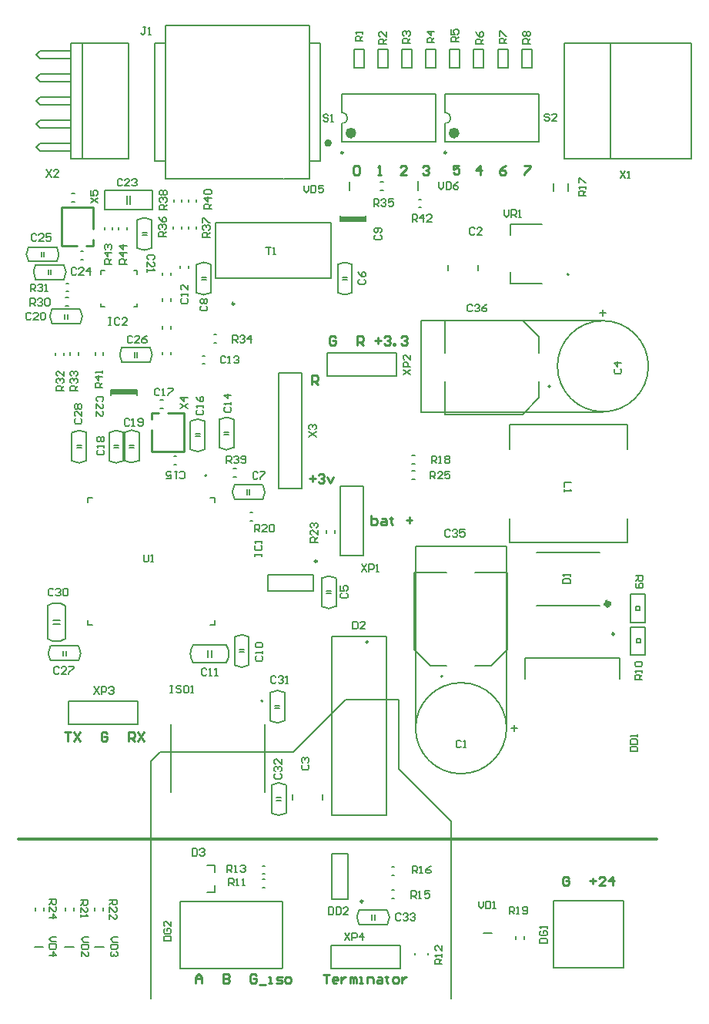
<source format=gto>
G04*
G04 #@! TF.GenerationSoftware,Altium Limited,Altium Designer,20.0.13 (296)*
G04*
G04 Layer_Color=65535*
%FSLAX44Y44*%
%MOMM*%
G71*
G01*
G75*
%ADD10C,0.2500*%
%ADD11C,0.2000*%
%ADD12C,0.1500*%
%ADD13C,0.1270*%
%ADD14C,0.4000*%
%ADD15C,0.6096*%
%ADD16C,0.6000*%
%ADD17C,0.3000*%
%ADD18C,0.2540*%
%ADD19C,0.1520*%
%ADD20C,0.1524*%
%ADD21R,2.8000X0.5500*%
%ADD22R,2.8000X0.5500*%
D10*
X379000Y107050D02*
G03*
X379000Y107050I-1250J0D01*
G01*
X237550Y763650D02*
G03*
X237550Y763650I-1250J0D01*
G01*
X328550Y480750D02*
G03*
X328550Y480750I-1250J0D01*
G01*
X655500Y400750D02*
G03*
X655500Y400750I-1250J0D01*
G01*
X357400Y929650D02*
G03*
X357400Y929650I-1250J0D01*
G01*
X470900D02*
G03*
X470900Y929650I-1250J0D01*
G01*
D11*
X466750Y354250D02*
G03*
X466750Y354250I-1000J0D01*
G01*
X585000Y672750D02*
G03*
X585000Y672750I-1000J0D01*
G01*
X268950Y327250D02*
G03*
X268950Y327250I-1000J0D01*
G01*
X605500Y795750D02*
G03*
X605500Y795750I-1000J0D01*
G01*
X207250Y574900D02*
G03*
X207250Y574900I-1000J0D01*
G01*
X537000Y297250D02*
G03*
X537000Y297250I-50000J0D01*
G01*
X693000Y695000D02*
G03*
X693000Y695000I-50000J0D01*
G01*
X355750Y961400D02*
G03*
X355750Y974100I0J6350D01*
G01*
X469250Y961400D02*
G03*
X469250Y974100I0J6350D01*
G01*
X301250Y218250D02*
Y224250D01*
X334250Y218250D02*
Y224250D01*
X354300Y487400D02*
Y563600D01*
X379700Y487400D02*
Y563600D01*
X354300D02*
X379700D01*
X354300Y487400D02*
X379700D01*
X605000Y887500D02*
Y895500D01*
X589000Y887500D02*
Y895500D01*
X439250Y888500D02*
Y898500D01*
X527393Y1043250D02*
X538393D01*
Y1023250D02*
Y1043250D01*
X527393Y1023250D02*
X538393D01*
X527393D02*
Y1043250D01*
X474679D02*
X485679D01*
Y1023250D02*
Y1043250D01*
X474679Y1023250D02*
X485679D01*
X474679D02*
Y1043250D01*
X421965D02*
X432964D01*
Y1023250D02*
Y1043250D01*
X421965Y1023250D02*
X432964D01*
X421965D02*
Y1043250D01*
X553750D02*
X564750D01*
Y1023250D02*
Y1043250D01*
X553750Y1023250D02*
X564750D01*
X553750D02*
Y1043250D01*
X501036D02*
X512036D01*
Y1023250D02*
Y1043250D01*
X501036Y1023250D02*
X512036D01*
X501036D02*
Y1043250D01*
X448322D02*
X459322D01*
Y1023250D02*
Y1043250D01*
X448322Y1023250D02*
X459322D01*
X448322D02*
Y1043250D01*
X395607D02*
X406607D01*
Y1023250D02*
Y1043250D01*
X395607Y1023250D02*
X406607D01*
X395607D02*
Y1043250D01*
X369250D02*
X380250D01*
Y1023250D02*
Y1043250D01*
X369250Y1023250D02*
X380250D01*
X369250D02*
Y1043250D01*
X339000Y511750D02*
Y514750D01*
X348000Y511750D02*
Y514750D01*
X362750Y109600D02*
Y159600D01*
X344750Y109600D02*
Y159600D01*
Y109600D02*
X362750D01*
X344750Y159600D02*
X362750D01*
X476250Y0D02*
Y194500D01*
X418250Y252500D02*
X476250Y194500D01*
X418250Y252500D02*
Y328250D01*
X359750D02*
X418250D01*
X302750Y271250D02*
X359750Y328250D01*
X156000Y271250D02*
X302750D01*
X145500Y260750D02*
X156000Y271250D01*
X145500Y0D02*
Y260750D01*
X57700Y1049700D02*
X70400D01*
X57700Y922700D02*
Y1049700D01*
Y922700D02*
X70400D01*
X23834Y981967D02*
X57700D01*
X23834Y990434D02*
X57700D01*
X23834Y1015834D02*
X57700D01*
X19600Y1011600D02*
X23834Y1015834D01*
X19600Y1011600D02*
X23834Y1007367D01*
X57700D01*
X19600Y986200D02*
X23834Y990434D01*
X19600Y986200D02*
X23834Y981967D01*
Y931167D02*
X57700D01*
X23834Y939634D02*
X57700D01*
X23834Y965034D02*
X57700D01*
X19600Y960800D02*
X23834Y965034D01*
X19600Y960800D02*
X23834Y956567D01*
X57700D01*
X19600Y935400D02*
X23834Y939634D01*
X19600Y935400D02*
X23834Y931167D01*
X121200Y922700D02*
Y1049700D01*
X70400Y922700D02*
Y1049700D01*
Y922700D02*
X121200D01*
X70400Y1049700D02*
X121200D01*
X23834Y1032767D02*
X57700D01*
X19600Y1037000D02*
X23834Y1032767D01*
X19600Y1037000D02*
X23834Y1041234D01*
X57700D01*
X339400Y684550D02*
X415600D01*
X339400Y709950D02*
X415600D01*
X339400Y684550D02*
Y709950D01*
X415600Y684550D02*
Y709950D01*
X55650Y301550D02*
X131850D01*
X55650Y326950D02*
X131850D01*
X55650Y301550D02*
Y326950D01*
X131850Y301550D02*
Y326950D01*
X410500Y110250D02*
X413500D01*
X410500Y119250D02*
X413500D01*
X410500Y136000D02*
X413500D01*
X410500Y145000D02*
X413500D01*
X343750Y33550D02*
X419950D01*
X343750Y58950D02*
X419950D01*
X343750Y33550D02*
Y58950D01*
X419950Y33550D02*
Y58950D01*
X268500Y137000D02*
X271500D01*
X268500Y146000D02*
X271500D01*
X268250Y122000D02*
X271250D01*
X268250Y131000D02*
X271250D01*
X440250Y869500D02*
X443250D01*
X440250Y878500D02*
X443250D01*
X364250Y888000D02*
Y898000D01*
X433250Y588000D02*
X436250D01*
X433250Y597000D02*
X436250D01*
X178250Y33450D02*
Y106410D01*
Y33450D02*
X289920D01*
X290630Y34160D01*
Y106410D01*
X178250D02*
X290630D01*
X50000Y707000D02*
Y710000D01*
X41000Y707000D02*
Y710000D01*
X52250Y761500D02*
X55250D01*
X52250Y770500D02*
X55250D01*
X59000Y884500D02*
X62000D01*
X59000Y875500D02*
X62000D01*
X68750Y812250D02*
X71750D01*
X68750Y821250D02*
X71750D01*
X94750Y844750D02*
Y847750D01*
X103750Y844750D02*
Y847750D01*
X215000Y721000D02*
X218000D01*
X215000Y730000D02*
X218000D01*
X178000Y802500D02*
Y805500D01*
X187000Y802500D02*
Y805500D01*
X110500Y844750D02*
Y847750D01*
X119500Y844750D02*
Y847750D01*
X93500Y707500D02*
Y710500D01*
X84500Y707500D02*
Y710500D01*
X433000Y580000D02*
X436000D01*
X433000Y571000D02*
X436000D01*
X170750Y845750D02*
Y848750D01*
X179750Y845750D02*
Y848750D01*
X167500Y736000D02*
Y739000D01*
X158500Y736000D02*
Y739000D01*
X196000Y875500D02*
Y878500D01*
X187000Y875500D02*
Y878500D01*
X202250Y697500D02*
X205250D01*
X202250Y706500D02*
X205250D01*
X130250Y663000D02*
Y669000D01*
X102250Y663000D02*
Y669000D01*
X130250D01*
X187000Y845750D02*
Y848750D01*
X196000Y845750D02*
Y848750D01*
X180000Y875500D02*
Y878500D01*
X171000Y875500D02*
Y878500D01*
X344250Y792200D02*
Y852800D01*
X217250Y792200D02*
X344250D01*
X217250D02*
Y852800D01*
X344250D01*
X450250Y48000D02*
Y50000D01*
X436250Y48000D02*
Y50000D01*
X207500Y147000D02*
X216500D01*
Y139000D02*
Y147000D01*
X207500Y117000D02*
X216500D01*
Y125000D01*
X236750Y573750D02*
X239750D01*
X236750Y582750D02*
X239750D01*
X254750Y525250D02*
X257750D01*
X254750Y534250D02*
X257750D01*
X274750Y465750D02*
X324750D01*
X274750Y447750D02*
X324750D01*
Y465750D01*
X274750Y447750D02*
Y465750D01*
X661500Y351750D02*
Y374250D01*
X557500D02*
X661500D01*
X557500Y351750D02*
Y374250D01*
X17750Y57000D02*
X27750D01*
X51000D02*
X61000D01*
X84250D02*
X94250D01*
X92998Y97000D02*
Y100000D01*
X83998Y97000D02*
Y100000D01*
X61248Y97000D02*
Y100000D01*
X52247Y97000D02*
Y100000D01*
X27998Y97000D02*
Y100000D01*
X18997Y97000D02*
Y100000D01*
X398250Y888250D02*
X401250D01*
X398250Y897250D02*
X401250D01*
X52500Y786000D02*
X55500D01*
X52500Y777000D02*
X55500D01*
X171000Y587000D02*
X174000D01*
X171000Y596000D02*
X174000D01*
X156194Y648750D02*
X159194D01*
X156194Y657750D02*
X159194D01*
X353750Y854500D02*
X381750D01*
Y860500D01*
X353750Y854500D02*
Y860500D01*
X57000Y707500D02*
Y710500D01*
X66000Y707500D02*
Y710500D01*
X547500Y65500D02*
Y68500D01*
X556500Y65500D02*
Y68500D01*
X651600Y1049700D02*
X740500D01*
Y922700D02*
Y1049700D01*
X651600Y922700D02*
X740500D01*
X600800D02*
Y1049700D01*
X651600Y922700D02*
Y1049700D01*
X600800D02*
X651600D01*
X600800Y922700D02*
X651600D01*
X511250Y71750D02*
X521250D01*
X286050Y688000D02*
X311450D01*
Y561000D02*
Y688000D01*
X286050Y561000D02*
Y688000D01*
Y561000D02*
X311450D01*
X473000Y800000D02*
Y806000D01*
X506000Y800000D02*
Y806000D01*
X437250Y497250D02*
X536750D01*
X443000Y644750D02*
Y745000D01*
X545750Y293750D02*
Y300750D01*
X542250Y297250D02*
X549250D01*
X639500Y753750D02*
X646500D01*
X643000Y750250D02*
Y757250D01*
X536750Y297250D02*
Y497250D01*
X437000Y297000D02*
Y497000D01*
X443000Y745000D02*
X643000D01*
X443000Y644750D02*
X643000D01*
X355750Y941250D02*
X458750D01*
X355750Y994250D02*
X458750D01*
X355750Y941250D02*
Y961400D01*
Y974100D02*
Y994250D01*
X458750Y941250D02*
Y994250D01*
X469250Y941250D02*
X572250D01*
X469250Y994250D02*
X572250D01*
X469250Y941250D02*
Y961400D01*
Y974100D02*
Y994250D01*
X572250Y941250D02*
Y994250D01*
X158500Y707750D02*
Y710750D01*
X167500Y707750D02*
Y710750D01*
Y794750D02*
Y797750D01*
X158500Y794750D02*
Y797750D01*
Y766500D02*
Y769500D01*
X167500Y766500D02*
Y769500D01*
X160001Y63582D02*
X167999D01*
Y67580D01*
X166666Y68913D01*
X161334D01*
X160001Y67580D01*
Y63582D01*
X161334Y76911D02*
X160001Y75578D01*
Y72912D01*
X161334Y71579D01*
X166666D01*
X167999Y72912D01*
Y75578D01*
X166666Y76911D01*
X164000D01*
Y74245D01*
X167999Y84908D02*
Y79577D01*
X162667Y84908D01*
X161334D01*
X160001Y83575D01*
Y80910D01*
X161334Y79577D01*
X499418Y761666D02*
X498086Y762999D01*
X495420D01*
X494087Y761666D01*
Y756334D01*
X495420Y755001D01*
X498086D01*
X499418Y756334D01*
X502084Y761666D02*
X503417Y762999D01*
X506083D01*
X507416Y761666D01*
Y760333D01*
X506083Y759000D01*
X504750D01*
X506083D01*
X507416Y757667D01*
Y756334D01*
X506083Y755001D01*
X503417D01*
X502084Y756334D01*
X515413Y762999D02*
X512747Y761666D01*
X510082Y759000D01*
Y756334D01*
X511414Y755001D01*
X514080D01*
X515413Y756334D01*
Y757667D01*
X514080Y759000D01*
X510082D01*
X474918Y514166D02*
X473586Y515499D01*
X470920D01*
X469587Y514166D01*
Y508834D01*
X470920Y507501D01*
X473586D01*
X474918Y508834D01*
X477584Y514166D02*
X478917Y515499D01*
X481583D01*
X482916Y514166D01*
Y512833D01*
X481583Y511500D01*
X480250D01*
X481583D01*
X482916Y510167D01*
Y508834D01*
X481583Y507501D01*
X478917D01*
X477584Y508834D01*
X490913Y515499D02*
X485582D01*
Y511500D01*
X488247Y512833D01*
X489580D01*
X490913Y511500D01*
Y508834D01*
X489580Y507501D01*
X486914D01*
X485582Y508834D01*
X462587Y897249D02*
Y891917D01*
X465253Y889251D01*
X467918Y891917D01*
Y897249D01*
X470584D02*
Y889251D01*
X474583D01*
X475916Y890584D01*
Y895916D01*
X474583Y897249D01*
X470584D01*
X483913D02*
X481247Y895916D01*
X478582Y893250D01*
Y890584D01*
X479915Y889251D01*
X482580D01*
X483913Y890584D01*
Y891917D01*
X482580Y893250D01*
X478582D01*
X314087Y893749D02*
Y888417D01*
X316753Y885751D01*
X319418Y888417D01*
Y893749D01*
X322084D02*
Y885751D01*
X326083D01*
X327416Y887084D01*
Y892416D01*
X326083Y893749D01*
X322084D01*
X335413D02*
X330082D01*
Y889750D01*
X332747Y891083D01*
X334080D01*
X335413Y889750D01*
Y887084D01*
X334080Y885751D01*
X331414D01*
X330082Y887084D01*
X272418Y825999D02*
X277750D01*
X275084D01*
Y818001D01*
X280416D02*
X283082D01*
X281749D01*
Y825999D01*
X280416Y824666D01*
X119499Y807337D02*
X111501D01*
Y811336D01*
X112834Y812668D01*
X115500D01*
X116833Y811336D01*
Y807337D01*
Y810003D02*
X119499Y812668D01*
Y819333D02*
X111501D01*
X115500Y815334D01*
Y820666D01*
X119499Y827330D02*
X111501D01*
X115500Y823332D01*
Y828663D01*
X102749Y807337D02*
X94751D01*
Y811336D01*
X96084Y812668D01*
X98750D01*
X100083Y811336D01*
Y807337D01*
Y810003D02*
X102749Y812668D01*
Y819333D02*
X94751D01*
X98750Y815334D01*
Y820666D01*
X96084Y823332D02*
X94751Y824665D01*
Y827330D01*
X96084Y828663D01*
X97417D01*
X98750Y827330D01*
Y825997D01*
Y827330D01*
X100083Y828663D01*
X101416D01*
X102749Y827330D01*
Y824665D01*
X101416Y823332D01*
X433337Y853751D02*
Y861749D01*
X437336D01*
X438668Y860416D01*
Y857750D01*
X437336Y856417D01*
X433337D01*
X436003D02*
X438668Y853751D01*
X445333D02*
Y861749D01*
X441334Y857750D01*
X446666D01*
X454663Y853751D02*
X449332D01*
X454663Y859083D01*
Y860416D01*
X453330Y861749D01*
X450664D01*
X449332Y860416D01*
X92499Y671420D02*
X84501D01*
Y675418D01*
X85834Y676751D01*
X88500D01*
X89833Y675418D01*
Y671420D01*
Y674085D02*
X92499Y676751D01*
Y683416D02*
X84501D01*
X88500Y679417D01*
Y684749D01*
X92499Y687414D02*
Y690080D01*
Y688747D01*
X84501D01*
X85834Y687414D01*
X212499Y867837D02*
X204501D01*
Y871835D01*
X205834Y873168D01*
X208500D01*
X209833Y871835D01*
Y867837D01*
Y870502D02*
X212499Y873168D01*
Y879833D02*
X204501D01*
X208500Y875834D01*
Y881166D01*
X205834Y883831D02*
X204501Y885164D01*
Y887830D01*
X205834Y889163D01*
X211166D01*
X212499Y887830D01*
Y885164D01*
X211166Y883831D01*
X205834D01*
X454503Y588501D02*
Y596499D01*
X458502D01*
X459835Y595166D01*
Y592500D01*
X458502Y591167D01*
X454503D01*
X457169D02*
X459835Y588501D01*
X462501D02*
X465167D01*
X463834D01*
Y596499D01*
X462501Y595166D01*
X469165D02*
X470498Y596499D01*
X473164D01*
X474497Y595166D01*
Y593833D01*
X473164Y592500D01*
X474497Y591167D01*
Y589834D01*
X473164Y588501D01*
X470498D01*
X469165Y589834D01*
Y591167D01*
X470498Y592500D01*
X469165Y593833D01*
Y595166D01*
X470498Y592500D02*
X473164D01*
X624499Y882253D02*
X616501D01*
Y886252D01*
X617834Y887585D01*
X620500D01*
X621833Y886252D01*
Y882253D01*
Y884919D02*
X624499Y887585D01*
Y890251D02*
Y892916D01*
Y891584D01*
X616501D01*
X617834Y890251D01*
X616501Y896915D02*
Y902247D01*
X617834D01*
X623166Y896915D01*
X624499D01*
X359087Y72249D02*
X364418Y64251D01*
Y72249D02*
X359087Y64251D01*
X367084D02*
Y72249D01*
X371083D01*
X372416Y70916D01*
Y68250D01*
X371083Y66917D01*
X367084D01*
X379080Y64251D02*
Y72249D01*
X375082Y68250D01*
X380413D01*
X433753Y137751D02*
Y145749D01*
X437752D01*
X439085Y144416D01*
Y141750D01*
X437752Y140417D01*
X433753D01*
X436419D02*
X439085Y137751D01*
X441751D02*
X444417D01*
X443084D01*
Y145749D01*
X441751Y144416D01*
X453747Y145749D02*
X451081Y144416D01*
X448415Y141750D01*
Y139084D01*
X449748Y137751D01*
X452414D01*
X453747Y139084D01*
Y140417D01*
X452414Y141750D01*
X448415D01*
X432253Y110501D02*
Y118499D01*
X436252D01*
X437585Y117166D01*
Y114500D01*
X436252Y113167D01*
X432253D01*
X434919D02*
X437585Y110501D01*
X440251D02*
X442916D01*
X441584D01*
Y118499D01*
X440251Y117166D01*
X452247Y118499D02*
X446915D01*
Y114500D01*
X449581Y115833D01*
X450914D01*
X452247Y114500D01*
Y111834D01*
X450914Y110501D01*
X448248D01*
X446915Y111834D01*
X229753Y139001D02*
Y146999D01*
X233752D01*
X235085Y145666D01*
Y143000D01*
X233752Y141667D01*
X229753D01*
X232419D02*
X235085Y139001D01*
X237751D02*
X240416D01*
X239083D01*
Y146999D01*
X237751Y145666D01*
X244415D02*
X245748Y146999D01*
X248414D01*
X249747Y145666D01*
Y144333D01*
X248414Y143000D01*
X247081D01*
X248414D01*
X249747Y141667D01*
Y140334D01*
X248414Y139001D01*
X245748D01*
X244415Y140334D01*
X466249Y38253D02*
X458251D01*
Y42252D01*
X459584Y43585D01*
X462250D01*
X463583Y42252D01*
Y38253D01*
Y40919D02*
X466249Y43585D01*
Y46251D02*
Y48917D01*
Y47584D01*
X458251D01*
X459584Y46251D01*
X466249Y58247D02*
Y52915D01*
X460917Y58247D01*
X459584D01*
X458251Y56914D01*
Y54248D01*
X459584Y52915D01*
X231586Y124251D02*
Y132249D01*
X235585D01*
X236918Y130916D01*
Y128250D01*
X235585Y126917D01*
X231586D01*
X234252D02*
X236918Y124251D01*
X239584D02*
X242249D01*
X240917D01*
Y132249D01*
X239584Y130916D01*
X246248Y124251D02*
X248914D01*
X247581D01*
Y132249D01*
X246248Y130916D01*
X167302Y344207D02*
X169968D01*
X168635D01*
Y336210D01*
X167302D01*
X169968D01*
X179298Y342874D02*
X177965Y344207D01*
X175299D01*
X173967Y342874D01*
Y341542D01*
X175299Y340209D01*
X177965D01*
X179298Y338876D01*
Y337543D01*
X177965Y336210D01*
X175299D01*
X173967Y337543D01*
X185963Y344207D02*
X183297D01*
X181964Y342874D01*
Y337543D01*
X183297Y336210D01*
X185963D01*
X187296Y337543D01*
Y342874D01*
X185963Y344207D01*
X189961Y336210D02*
X192627D01*
X191294D01*
Y344207D01*
X189961Y342874D01*
X573501Y61170D02*
X581499D01*
Y65168D01*
X580166Y66501D01*
X574834D01*
X573501Y65168D01*
Y61170D01*
X574834Y74499D02*
X573501Y73166D01*
Y70500D01*
X574834Y69167D01*
X580166D01*
X581499Y70500D01*
Y73166D01*
X580166Y74499D01*
X577500D01*
Y71833D01*
X581499Y77165D02*
Y79830D01*
Y78498D01*
X573501D01*
X574834Y77165D01*
X341587Y100499D02*
Y92501D01*
X345586D01*
X346918Y93834D01*
Y99166D01*
X345586Y100499D01*
X341587D01*
X349584D02*
Y92501D01*
X353583D01*
X354916Y93834D01*
Y99166D01*
X353583Y100499D01*
X349584D01*
X362913Y92501D02*
X357582D01*
X362913Y97833D01*
Y99166D01*
X361580Y100499D01*
X358914D01*
X357582Y99166D01*
X191462Y165149D02*
Y157152D01*
X195461D01*
X196794Y158485D01*
Y163817D01*
X195461Y165149D01*
X191462D01*
X199459Y163817D02*
X200792Y165149D01*
X203458D01*
X204791Y163817D01*
Y162484D01*
X203458Y161151D01*
X202125D01*
X203458D01*
X204791Y159818D01*
Y158485D01*
X203458Y157152D01*
X200792D01*
X199459Y158485D01*
X368086Y414249D02*
Y406251D01*
X372084D01*
X373417Y407584D01*
Y412916D01*
X372084Y414249D01*
X368086D01*
X381414Y406251D02*
X376083D01*
X381414Y411583D01*
Y412916D01*
X380082Y414249D01*
X377416D01*
X376083Y412916D01*
X420668Y92666D02*
X419336Y93999D01*
X416670D01*
X415337Y92666D01*
Y87334D01*
X416670Y86001D01*
X419336D01*
X420668Y87334D01*
X423334Y92666D02*
X424667Y93999D01*
X427333D01*
X428666Y92666D01*
Y91333D01*
X427333Y90000D01*
X426000D01*
X427333D01*
X428666Y88667D01*
Y87334D01*
X427333Y86001D01*
X424667D01*
X423334Y87334D01*
X431332Y92666D02*
X432664Y93999D01*
X435330D01*
X436663Y92666D01*
Y91333D01*
X435330Y90000D01*
X433997D01*
X435330D01*
X436663Y88667D01*
Y87334D01*
X435330Y86001D01*
X432664D01*
X431332Y87334D01*
X282834Y247168D02*
X281501Y245835D01*
Y243170D01*
X282834Y241837D01*
X288166D01*
X289499Y243170D01*
Y245835D01*
X288166Y247168D01*
X282834Y249834D02*
X281501Y251167D01*
Y253833D01*
X282834Y255166D01*
X284167D01*
X285500Y253833D01*
Y252500D01*
Y253833D01*
X286833Y255166D01*
X288166D01*
X289499Y253833D01*
Y251167D01*
X288166Y249834D01*
X289499Y263163D02*
Y257832D01*
X284167Y263163D01*
X282834D01*
X281501Y261830D01*
Y259165D01*
X282834Y257832D01*
X283446Y353302D02*
X282113Y354635D01*
X279447D01*
X278114Y353302D01*
Y347971D01*
X279447Y346638D01*
X282113D01*
X283446Y347971D01*
X286111Y353302D02*
X287444Y354635D01*
X290110D01*
X291443Y353302D01*
Y351970D01*
X290110Y350637D01*
X288777D01*
X290110D01*
X291443Y349304D01*
Y347971D01*
X290110Y346638D01*
X287444D01*
X286111Y347971D01*
X294109Y346638D02*
X296775D01*
X295442D01*
Y354635D01*
X294109Y353302D01*
X312834Y256917D02*
X311501Y255584D01*
Y252918D01*
X312834Y251586D01*
X318166D01*
X319499Y252918D01*
Y255584D01*
X318166Y256917D01*
X312834Y259583D02*
X311501Y260916D01*
Y263582D01*
X312834Y264914D01*
X314167D01*
X315500Y263582D01*
Y262249D01*
Y263582D01*
X316833Y264914D01*
X318166D01*
X319499Y263582D01*
Y260916D01*
X318166Y259583D01*
X229087Y588501D02*
Y596499D01*
X233085D01*
X234418Y595166D01*
Y592500D01*
X233085Y591167D01*
X229087D01*
X231753D02*
X234418Y588501D01*
X237084Y595166D02*
X238417Y596499D01*
X241083D01*
X242416Y595166D01*
Y593833D01*
X241083Y592500D01*
X239750D01*
X241083D01*
X242416Y591167D01*
Y589834D01*
X241083Y588501D01*
X238417D01*
X237084Y589834D01*
X245082D02*
X246415Y588501D01*
X249080D01*
X250413Y589834D01*
Y595166D01*
X249080Y596499D01*
X246415D01*
X245082Y595166D01*
Y593833D01*
X246415Y592500D01*
X250413D01*
X79501Y874585D02*
X87499Y879917D01*
X79501D02*
X87499Y874585D01*
X79501Y887915D02*
Y882583D01*
X83500D01*
X82167Y885249D01*
Y886582D01*
X83500Y887915D01*
X86166D01*
X87499Y886582D01*
Y883916D01*
X86166Y882583D01*
X178251Y648335D02*
X186249Y653667D01*
X178251D02*
X186249Y648335D01*
Y660332D02*
X178251D01*
X182250Y656333D01*
Y661665D01*
X319751Y617585D02*
X327749Y622917D01*
X319751D02*
X327749Y617585D01*
X321084Y625583D02*
X319751Y626916D01*
Y629582D01*
X321084Y630914D01*
X322417D01*
X323750Y629582D01*
Y628249D01*
Y629582D01*
X325083Y630914D01*
X326416D01*
X327749Y629582D01*
Y626916D01*
X326416Y625583D01*
X686249Y350503D02*
X678251D01*
Y354502D01*
X679584Y355835D01*
X682250D01*
X683583Y354502D01*
Y350503D01*
Y353169D02*
X686249Y355835D01*
Y358501D02*
Y361166D01*
Y359833D01*
X678251D01*
X679584Y358501D01*
Y365165D02*
X678251Y366498D01*
Y369164D01*
X679584Y370497D01*
X684916D01*
X686249Y369164D01*
Y366498D01*
X684916Y365165D01*
X679584D01*
X679001Y464664D02*
X686999D01*
Y460665D01*
X685666Y459333D01*
X683000D01*
X681667Y460665D01*
Y464664D01*
Y461998D02*
X679001Y459333D01*
X680334Y456667D02*
X679001Y455334D01*
Y452668D01*
X680334Y451335D01*
X685666D01*
X686999Y452668D01*
Y455334D01*
X685666Y456667D01*
X684333D01*
X683000Y455334D01*
Y451335D01*
X487000Y282666D02*
X485667Y283999D01*
X483001D01*
X481668Y282666D01*
Y277334D01*
X483001Y276001D01*
X485667D01*
X487000Y277334D01*
X489666Y276001D02*
X492332D01*
X490999D01*
Y283999D01*
X489666Y282666D01*
X83587Y342749D02*
X88918Y334751D01*
Y342749D02*
X83587Y334751D01*
X91584D02*
Y342749D01*
X95583D01*
X96916Y341416D01*
Y338750D01*
X95583Y337417D01*
X91584D01*
X99582Y341416D02*
X100914Y342749D01*
X103580D01*
X104913Y341416D01*
Y340083D01*
X103580Y338750D01*
X102247D01*
X103580D01*
X104913Y337417D01*
Y336084D01*
X103580Y334751D01*
X100914D01*
X99582Y336084D01*
X13918Y752666D02*
X12586Y753999D01*
X9920D01*
X8587Y752666D01*
Y747334D01*
X9920Y746001D01*
X12586D01*
X13918Y747334D01*
X21916Y746001D02*
X16584D01*
X21916Y751333D01*
Y752666D01*
X20583Y753999D01*
X17917D01*
X16584Y752666D01*
X24582D02*
X25915Y753999D01*
X28580D01*
X29913Y752666D01*
Y747334D01*
X28580Y746001D01*
X25915D01*
X24582Y747334D01*
Y752666D01*
X31086Y910999D02*
X36417Y903001D01*
Y910999D02*
X31086Y903001D01*
X44415D02*
X39083D01*
X44415Y908333D01*
Y909666D01*
X43082Y910999D01*
X40416D01*
X39083Y909666D01*
X423251Y686087D02*
X431249Y691418D01*
X423251D02*
X431249Y686087D01*
Y694084D02*
X423251D01*
Y698083D01*
X424584Y699416D01*
X427250D01*
X428583Y698083D01*
Y694084D01*
X431249Y707413D02*
Y702082D01*
X425917Y707413D01*
X424584D01*
X423251Y706080D01*
Y703415D01*
X424584Y702082D01*
X377670Y477249D02*
X383001Y469251D01*
Y477249D02*
X377670Y469251D01*
X385667D02*
Y477249D01*
X389666D01*
X390999Y475916D01*
Y473250D01*
X389666Y471917D01*
X385667D01*
X393665Y469251D02*
X396330D01*
X394997D01*
Y477249D01*
X393665Y475916D01*
X662168Y909499D02*
X667500Y901501D01*
Y909499D02*
X662168Y901501D01*
X670166D02*
X672832D01*
X671499D01*
Y909499D01*
X670166Y908166D01*
X534420Y866749D02*
Y861417D01*
X537085Y858751D01*
X539751Y861417D01*
Y866749D01*
X542417Y858751D02*
Y866749D01*
X546416D01*
X547749Y865416D01*
Y862750D01*
X546416Y861417D01*
X542417D01*
X545083D02*
X547749Y858751D01*
X550415D02*
X553080D01*
X551748D01*
Y866749D01*
X550415Y865416D01*
X41999Y67913D02*
X36667D01*
X34001Y65247D01*
X36667Y62582D01*
X41999D01*
Y59916D02*
X34001D01*
Y55917D01*
X35334Y54584D01*
X40666D01*
X41999Y55917D01*
Y59916D01*
X34001Y47920D02*
X41999D01*
X38000Y51918D01*
Y46587D01*
X109499Y67663D02*
X104167D01*
X101501Y64997D01*
X104167Y62332D01*
X109499D01*
Y59666D02*
X101501D01*
Y55667D01*
X102834Y54334D01*
X108166D01*
X109499Y55667D01*
Y59666D01*
X108166Y51668D02*
X109499Y50335D01*
Y47670D01*
X108166Y46337D01*
X106833D01*
X105500Y47670D01*
Y49002D01*
Y47670D01*
X104167Y46337D01*
X102834D01*
X101501Y47670D01*
Y50335D01*
X102834Y51668D01*
X77499Y67663D02*
X72167D01*
X69501Y64997D01*
X72167Y62332D01*
X77499D01*
Y59666D02*
X69501D01*
Y55667D01*
X70834Y54334D01*
X76166D01*
X77499Y55667D01*
Y59666D01*
X69501Y46337D02*
Y51668D01*
X74833Y46337D01*
X76166D01*
X77499Y47670D01*
Y50335D01*
X76166Y51668D01*
X506170Y106999D02*
Y101667D01*
X508835Y99001D01*
X511501Y101667D01*
Y106999D01*
X514167D02*
Y99001D01*
X518166D01*
X519499Y100334D01*
Y105666D01*
X518166Y106999D01*
X514167D01*
X522164Y99001D02*
X524830D01*
X523498D01*
Y106999D01*
X522164Y105666D01*
X137918Y487999D02*
Y481334D01*
X139251Y480001D01*
X141917D01*
X143250Y481334D01*
Y487999D01*
X145916Y480001D02*
X148582D01*
X147249D01*
Y487999D01*
X145916Y486666D01*
X584167Y971166D02*
X582834Y972499D01*
X580168D01*
X578835Y971166D01*
Y969833D01*
X580168Y968500D01*
X582834D01*
X584167Y967167D01*
Y965834D01*
X582834Y964501D01*
X580168D01*
X578835Y965834D01*
X592165Y964501D02*
X586833D01*
X592165Y969833D01*
Y971166D01*
X590832Y972499D01*
X588166D01*
X586833Y971166D01*
X341000Y970666D02*
X339667Y971999D01*
X337001D01*
X335668Y970666D01*
Y969333D01*
X337001Y968000D01*
X339667D01*
X341000Y966667D01*
Y965334D01*
X339667Y964001D01*
X337001D01*
X335668Y965334D01*
X343666Y964001D02*
X346332D01*
X344999D01*
Y971999D01*
X343666Y970666D01*
X163249Y867087D02*
X155251D01*
Y871086D01*
X156584Y872418D01*
X159250D01*
X160583Y871086D01*
Y867087D01*
Y869753D02*
X163249Y872418D01*
X156584Y875084D02*
X155251Y876417D01*
Y879083D01*
X156584Y880416D01*
X157917D01*
X159250Y879083D01*
Y877750D01*
Y879083D01*
X160583Y880416D01*
X161916D01*
X163249Y879083D01*
Y876417D01*
X161916Y875084D01*
X156584Y883082D02*
X155251Y884415D01*
Y887080D01*
X156584Y888413D01*
X157917D01*
X159250Y887080D01*
X160583Y888413D01*
X161916D01*
X163249Y887080D01*
Y884415D01*
X161916Y883082D01*
X160583D01*
X159250Y884415D01*
X157917Y883082D01*
X156584D01*
X159250Y884415D02*
Y887080D01*
X210749Y836587D02*
X202751D01*
Y840585D01*
X204084Y841918D01*
X206750D01*
X208083Y840585D01*
Y836587D01*
Y839253D02*
X210749Y841918D01*
X204084Y844584D02*
X202751Y845917D01*
Y848583D01*
X204084Y849916D01*
X205417D01*
X206750Y848583D01*
Y847250D01*
Y848583D01*
X208083Y849916D01*
X209416D01*
X210749Y848583D01*
Y845917D01*
X209416Y844584D01*
X202751Y852582D02*
Y857913D01*
X204084D01*
X209416Y852582D01*
X210749D01*
X162499Y837337D02*
X154501D01*
Y841336D01*
X155834Y842669D01*
X158500D01*
X159833Y841336D01*
Y837337D01*
Y840003D02*
X162499Y842669D01*
X155834Y845334D02*
X154501Y846667D01*
Y849333D01*
X155834Y850666D01*
X157167D01*
X158500Y849333D01*
Y848000D01*
Y849333D01*
X159833Y850666D01*
X161166D01*
X162499Y849333D01*
Y846667D01*
X161166Y845334D01*
X154501Y858663D02*
X155834Y855997D01*
X158500Y853332D01*
X161166D01*
X162499Y854665D01*
Y857330D01*
X161166Y858663D01*
X159833D01*
X158500Y857330D01*
Y853332D01*
X391087Y870751D02*
Y878749D01*
X395085D01*
X396418Y877416D01*
Y874750D01*
X395085Y873417D01*
X391087D01*
X393753D02*
X396418Y870751D01*
X399084Y877416D02*
X400417Y878749D01*
X403083D01*
X404416Y877416D01*
Y876083D01*
X403083Y874750D01*
X401750D01*
X403083D01*
X404416Y873417D01*
Y872084D01*
X403083Y870751D01*
X400417D01*
X399084Y872084D01*
X412413Y878749D02*
X407082D01*
Y874750D01*
X409747Y876083D01*
X411080D01*
X412413Y874750D01*
Y872084D01*
X411080Y870751D01*
X408414D01*
X407082Y872084D01*
X235837Y721001D02*
Y728999D01*
X239835D01*
X241168Y727666D01*
Y725000D01*
X239835Y723667D01*
X235837D01*
X238503D02*
X241168Y721001D01*
X243834Y727666D02*
X245167Y728999D01*
X247833D01*
X249166Y727666D01*
Y726333D01*
X247833Y725000D01*
X246500D01*
X247833D01*
X249166Y723667D01*
Y722334D01*
X247833Y721001D01*
X245167D01*
X243834Y722334D01*
X255830Y721001D02*
Y728999D01*
X251832Y725000D01*
X257163D01*
X65249Y668337D02*
X57251D01*
Y672336D01*
X58584Y673668D01*
X61250D01*
X62583Y672336D01*
Y668337D01*
Y671003D02*
X65249Y673668D01*
X58584Y676334D02*
X57251Y677667D01*
Y680333D01*
X58584Y681666D01*
X59917D01*
X61250Y680333D01*
Y679000D01*
Y680333D01*
X62583Y681666D01*
X63916D01*
X65249Y680333D01*
Y677667D01*
X63916Y676334D01*
X58584Y684332D02*
X57251Y685665D01*
Y688330D01*
X58584Y689663D01*
X59917D01*
X61250Y688330D01*
Y686998D01*
Y688330D01*
X62583Y689663D01*
X63916D01*
X65249Y688330D01*
Y685665D01*
X63916Y684332D01*
X49999Y668337D02*
X42001D01*
Y672336D01*
X43334Y673668D01*
X46000D01*
X47333Y672336D01*
Y668337D01*
Y671003D02*
X49999Y673668D01*
X43334Y676334D02*
X42001Y677667D01*
Y680333D01*
X43334Y681666D01*
X44667D01*
X46000Y680333D01*
Y679000D01*
Y680333D01*
X47333Y681666D01*
X48666D01*
X49999Y680333D01*
Y677667D01*
X48666Y676334D01*
X49999Y689663D02*
Y684332D01*
X44667Y689663D01*
X43334D01*
X42001Y688330D01*
Y685665D01*
X43334Y684332D01*
X13420Y777251D02*
Y785249D01*
X17418D01*
X18751Y783916D01*
Y781250D01*
X17418Y779917D01*
X13420D01*
X16085D02*
X18751Y777251D01*
X21417Y783916D02*
X22750Y785249D01*
X25416D01*
X26749Y783916D01*
Y782583D01*
X25416Y781250D01*
X24083D01*
X25416D01*
X26749Y779917D01*
Y778584D01*
X25416Y777251D01*
X22750D01*
X21417Y778584D01*
X29415Y777251D02*
X32080D01*
X30747D01*
Y785249D01*
X29415Y783916D01*
X13337Y761501D02*
Y769499D01*
X17335D01*
X18668Y768166D01*
Y765500D01*
X17335Y764167D01*
X13337D01*
X16003D02*
X18668Y761501D01*
X21334Y768166D02*
X22667Y769499D01*
X25333D01*
X26666Y768166D01*
Y766833D01*
X25333Y765500D01*
X24000D01*
X25333D01*
X26666Y764167D01*
Y762834D01*
X25333Y761501D01*
X22667D01*
X21334Y762834D01*
X29332Y768166D02*
X30665Y769499D01*
X33330D01*
X34663Y768166D01*
Y762834D01*
X33330Y761501D01*
X30665D01*
X29332Y762834D01*
Y768166D01*
X453337Y571251D02*
Y579249D01*
X457336D01*
X458668Y577916D01*
Y575250D01*
X457336Y573917D01*
X453337D01*
X456003D02*
X458668Y571251D01*
X466666D02*
X461334D01*
X466666Y576583D01*
Y577916D01*
X465333Y579249D01*
X462667D01*
X461334Y577916D01*
X474663Y579249D02*
X469332D01*
Y575250D01*
X471997Y576583D01*
X473330D01*
X474663Y575250D01*
Y572584D01*
X473330Y571251D01*
X470664D01*
X469332Y572584D01*
X34001Y109163D02*
X41999D01*
Y105164D01*
X40666Y103832D01*
X38000D01*
X36667Y105164D01*
Y109163D01*
Y106497D02*
X34001Y103832D01*
Y95834D02*
Y101166D01*
X39333Y95834D01*
X40666D01*
X41999Y97167D01*
Y99833D01*
X40666Y101166D01*
X34001Y89170D02*
X41999D01*
X38000Y93168D01*
Y87837D01*
X329249Y501587D02*
X321251D01*
Y505586D01*
X322584Y506918D01*
X325250D01*
X326583Y505586D01*
Y501587D01*
Y504253D02*
X329249Y506918D01*
Y514916D02*
Y509584D01*
X323917Y514916D01*
X322584D01*
X321251Y513583D01*
Y510917D01*
X322584Y509584D01*
Y517582D02*
X321251Y518915D01*
Y521580D01*
X322584Y522913D01*
X323917D01*
X325250Y521580D01*
Y520247D01*
Y521580D01*
X326583Y522913D01*
X327916D01*
X329249Y521580D01*
Y518915D01*
X327916Y517582D01*
X100501Y108663D02*
X108499D01*
Y104664D01*
X107166Y103332D01*
X104500D01*
X103167Y104664D01*
Y108663D01*
Y105997D02*
X100501Y103332D01*
Y95334D02*
Y100666D01*
X105833Y95334D01*
X107166D01*
X108499Y96667D01*
Y99333D01*
X107166Y100666D01*
X100501Y87337D02*
Y92668D01*
X105833Y87337D01*
X107166D01*
X108499Y88670D01*
Y91335D01*
X107166Y92668D01*
X68501Y108330D02*
X76499D01*
Y104332D01*
X75166Y102999D01*
X72500D01*
X71167Y104332D01*
Y108330D01*
Y105665D02*
X68501Y102999D01*
Y95001D02*
Y100333D01*
X73833Y95001D01*
X75166D01*
X76499Y96334D01*
Y99000D01*
X75166Y100333D01*
X68501Y92336D02*
Y89670D01*
Y91003D01*
X76499D01*
X75166Y92336D01*
X260087Y513001D02*
Y520999D01*
X264086D01*
X265418Y519666D01*
Y517000D01*
X264086Y515667D01*
X260087D01*
X262753D02*
X265418Y513001D01*
X273416D02*
X268084D01*
X273416Y518333D01*
Y519666D01*
X272083Y520999D01*
X269417D01*
X268084Y519666D01*
X276082D02*
X277414Y520999D01*
X280080D01*
X281413Y519666D01*
Y514334D01*
X280080Y513001D01*
X277414D01*
X276082Y514334D01*
Y519666D01*
X540003Y93001D02*
Y100999D01*
X544002D01*
X545335Y99666D01*
Y97000D01*
X544002Y95667D01*
X540003D01*
X542669D02*
X545335Y93001D01*
X548001D02*
X550666D01*
X549333D01*
Y100999D01*
X548001Y99666D01*
X554665Y94334D02*
X555998Y93001D01*
X558664D01*
X559997Y94334D01*
Y99666D01*
X558664Y100999D01*
X555998D01*
X554665Y99666D01*
Y98333D01*
X555998Y97000D01*
X559997D01*
X562999Y1049585D02*
X555001D01*
Y1053584D01*
X556334Y1054917D01*
X559000D01*
X560333Y1053584D01*
Y1049585D01*
Y1052251D02*
X562999Y1054917D01*
X556334Y1057583D02*
X555001Y1058916D01*
Y1061582D01*
X556334Y1062915D01*
X557667D01*
X559000Y1061582D01*
X560333Y1062915D01*
X561666D01*
X562999Y1061582D01*
Y1058916D01*
X561666Y1057583D01*
X560333D01*
X559000Y1058916D01*
X557667Y1057583D01*
X556334D01*
X559000Y1058916D02*
Y1061582D01*
X537141Y1049836D02*
X529144D01*
Y1053834D01*
X530477Y1055167D01*
X533143D01*
X534476Y1053834D01*
Y1049836D01*
Y1052501D02*
X537141Y1055167D01*
X529144Y1057833D02*
Y1063165D01*
X530477D01*
X535808Y1057833D01*
X537141D01*
X511534Y1049085D02*
X503537D01*
Y1053084D01*
X504870Y1054417D01*
X507535D01*
X508868Y1053084D01*
Y1049085D01*
Y1051751D02*
X511534Y1054417D01*
X503537Y1062414D02*
X504870Y1059749D01*
X507535Y1057083D01*
X510201D01*
X511534Y1058416D01*
Y1061082D01*
X510201Y1062414D01*
X508868D01*
X507535Y1061082D01*
Y1057083D01*
X484177Y1051585D02*
X476180D01*
Y1055584D01*
X477512Y1056917D01*
X480178D01*
X481511Y1055584D01*
Y1051585D01*
Y1054251D02*
X484177Y1056917D01*
X476180Y1064914D02*
Y1059583D01*
X480178D01*
X478845Y1062249D01*
Y1063582D01*
X480178Y1064914D01*
X482844D01*
X484177Y1063582D01*
Y1060916D01*
X482844Y1059583D01*
X457820Y1050585D02*
X449823D01*
Y1054584D01*
X451156Y1055917D01*
X453821D01*
X455154Y1054584D01*
Y1050585D01*
Y1053251D02*
X457820Y1055917D01*
Y1062582D02*
X449823D01*
X453821Y1058583D01*
Y1063914D01*
X430963Y1049836D02*
X422966D01*
Y1053834D01*
X424299Y1055167D01*
X426964D01*
X428297Y1053834D01*
Y1049836D01*
Y1052501D02*
X430963Y1055167D01*
X424299Y1057833D02*
X422966Y1059166D01*
Y1061832D01*
X424299Y1063165D01*
X425631D01*
X426964Y1061832D01*
Y1060499D01*
Y1061832D01*
X428297Y1063165D01*
X429630D01*
X430963Y1061832D01*
Y1059166D01*
X429630Y1057833D01*
X404606Y1049085D02*
X396608D01*
Y1053084D01*
X397941Y1054417D01*
X400607D01*
X401940Y1053084D01*
Y1049085D01*
Y1051751D02*
X404606Y1054417D01*
Y1062414D02*
Y1057083D01*
X399274Y1062414D01*
X397941D01*
X396608Y1061082D01*
Y1058416D01*
X397941Y1057083D01*
X378999Y1052168D02*
X371001D01*
Y1056167D01*
X372334Y1057500D01*
X375000D01*
X376333Y1056167D01*
Y1052168D01*
Y1054834D02*
X378999Y1057500D01*
Y1060166D02*
Y1062832D01*
Y1061499D01*
X371001D01*
X372334Y1060166D01*
X608249Y567832D02*
X600251D01*
Y562500D01*
Y559834D02*
Y557168D01*
Y558501D01*
X608249D01*
X606916Y559834D01*
X140250Y1067499D02*
X137584D01*
X138917D01*
Y1060834D01*
X137584Y1059501D01*
X136251D01*
X134918Y1060834D01*
X142916Y1059501D02*
X145582D01*
X144249D01*
Y1067499D01*
X142916Y1066166D01*
X99503Y748249D02*
X102169D01*
X100836D01*
Y740251D01*
X99503D01*
X102169D01*
X111499Y746916D02*
X110167Y748249D01*
X107501D01*
X106168Y746916D01*
Y741584D01*
X107501Y740251D01*
X110167D01*
X111499Y741584D01*
X119497Y740251D02*
X114165D01*
X119497Y745583D01*
Y746916D01*
X118164Y748249D01*
X115498D01*
X114165Y746916D01*
X260001Y486086D02*
Y488752D01*
Y487419D01*
X267999D01*
Y486086D01*
Y488752D01*
X261334Y498082D02*
X260001Y496749D01*
Y494084D01*
X261334Y492751D01*
X266666D01*
X267999Y494084D01*
Y496749D01*
X266666Y498082D01*
X267999Y500748D02*
Y503414D01*
Y502081D01*
X260001D01*
X261334Y500748D01*
X673001Y271920D02*
X680999D01*
Y275918D01*
X679666Y277251D01*
X674334D01*
X673001Y275918D01*
Y271920D01*
Y279917D02*
X680999D01*
Y283916D01*
X679666Y285249D01*
X674334D01*
X673001Y283916D01*
Y279917D01*
X680999Y287915D02*
Y290580D01*
Y289247D01*
X673001D01*
X674334Y287915D01*
X599251Y456168D02*
X607249D01*
Y460167D01*
X605916Y461500D01*
X600584D01*
X599251Y460167D01*
Y456168D01*
X607249Y464166D02*
Y466832D01*
Y465499D01*
X599251D01*
X600584Y464166D01*
X38566Y449418D02*
X37233Y450751D01*
X34567D01*
X33234Y449418D01*
Y444087D01*
X34567Y442754D01*
X37233D01*
X38566Y444087D01*
X41231Y449418D02*
X42564Y450751D01*
X45230D01*
X46563Y449418D01*
Y448086D01*
X45230Y446753D01*
X43897D01*
X45230D01*
X46563Y445420D01*
Y444087D01*
X45230Y442754D01*
X42564D01*
X41231Y444087D01*
X49229Y449418D02*
X50562Y450751D01*
X53228D01*
X54560Y449418D01*
Y444087D01*
X53228Y442754D01*
X50562D01*
X49229Y444087D01*
Y449418D01*
X63084Y637418D02*
X61751Y636086D01*
Y633420D01*
X63084Y632087D01*
X68416D01*
X69749Y633420D01*
Y636086D01*
X68416Y637418D01*
X69749Y645416D02*
Y640084D01*
X64417Y645416D01*
X63084D01*
X61751Y644083D01*
Y641417D01*
X63084Y640084D01*
Y648082D02*
X61751Y649415D01*
Y652080D01*
X63084Y653413D01*
X64417D01*
X65750Y652080D01*
X67083Y653413D01*
X68416D01*
X69749Y652080D01*
Y649415D01*
X68416Y648082D01*
X67083D01*
X65750Y649415D01*
X64417Y648082D01*
X63084D01*
X65750Y649415D02*
Y652080D01*
X44918Y363416D02*
X43586Y364749D01*
X40920D01*
X39587Y363416D01*
Y358084D01*
X40920Y356751D01*
X43586D01*
X44918Y358084D01*
X52916Y356751D02*
X47584D01*
X52916Y362083D01*
Y363416D01*
X51583Y364749D01*
X48917D01*
X47584Y363416D01*
X55582Y364749D02*
X60913D01*
Y363416D01*
X55582Y358084D01*
Y356751D01*
X125418Y727166D02*
X124086Y728499D01*
X121420D01*
X120087Y727166D01*
Y721834D01*
X121420Y720501D01*
X124086D01*
X125418Y721834D01*
X133416Y720501D02*
X128084D01*
X133416Y725833D01*
Y727166D01*
X132083Y728499D01*
X129417D01*
X128084Y727166D01*
X141413Y728499D02*
X138747Y727166D01*
X136082Y724500D01*
Y721834D01*
X137415Y720501D01*
X140080D01*
X141413Y721834D01*
Y723167D01*
X140080Y724500D01*
X136082D01*
X19918Y839166D02*
X18585Y840499D01*
X15920D01*
X14587Y839166D01*
Y833834D01*
X15920Y832501D01*
X18585D01*
X19918Y833834D01*
X27916Y832501D02*
X22584D01*
X27916Y837833D01*
Y839166D01*
X26583Y840499D01*
X23917D01*
X22584Y839166D01*
X35913Y840499D02*
X30582D01*
Y836500D01*
X33247Y837833D01*
X34580D01*
X35913Y836500D01*
Y833834D01*
X34580Y832501D01*
X31915D01*
X30582Y833834D01*
X63918Y802166D02*
X62586Y803499D01*
X59920D01*
X58587Y802166D01*
Y796834D01*
X59920Y795501D01*
X62586D01*
X63918Y796834D01*
X71916Y795501D02*
X66584D01*
X71916Y800833D01*
Y802166D01*
X70583Y803499D01*
X67917D01*
X66584Y802166D01*
X78580Y795501D02*
Y803499D01*
X74582Y799500D01*
X79913D01*
X114418Y899666D02*
X113085Y900999D01*
X110420D01*
X109087Y899666D01*
Y894334D01*
X110420Y893001D01*
X113085D01*
X114418Y894334D01*
X122416Y893001D02*
X117084D01*
X122416Y898333D01*
Y899666D01*
X121083Y900999D01*
X118417D01*
X117084Y899666D01*
X125082D02*
X126414Y900999D01*
X129080D01*
X130413Y899666D01*
Y898333D01*
X129080Y897000D01*
X127747D01*
X129080D01*
X130413Y895667D01*
Y894334D01*
X129080Y893001D01*
X126414D01*
X125082Y894334D01*
X92416Y656332D02*
X93749Y657664D01*
Y660330D01*
X92416Y661663D01*
X87084D01*
X85751Y660330D01*
Y657664D01*
X87084Y656332D01*
X85751Y648334D02*
Y653666D01*
X91083Y648334D01*
X92416D01*
X93749Y649667D01*
Y652333D01*
X92416Y653666D01*
X85751Y640337D02*
Y645668D01*
X91083Y640337D01*
X92416D01*
X93749Y641670D01*
Y644335D01*
X92416Y645668D01*
X148416Y812249D02*
X149749Y813582D01*
Y816247D01*
X148416Y817580D01*
X143084D01*
X141751Y816247D01*
Y813582D01*
X143084Y812249D01*
X141751Y804251D02*
Y809583D01*
X147083Y804251D01*
X148416D01*
X149749Y805584D01*
Y808250D01*
X148416Y809583D01*
X141751Y801585D02*
Y798920D01*
Y800253D01*
X149749D01*
X148416Y801585D01*
X122335Y636166D02*
X121002Y637499D01*
X118336D01*
X117003Y636166D01*
Y630834D01*
X118336Y629501D01*
X121002D01*
X122335Y630834D01*
X125001Y629501D02*
X127666D01*
X126334D01*
Y637499D01*
X125001Y636166D01*
X131665Y630834D02*
X132998Y629501D01*
X135664D01*
X136997Y630834D01*
Y636166D01*
X135664Y637499D01*
X132998D01*
X131665Y636166D01*
Y634833D01*
X132998Y633500D01*
X136997D01*
X87834Y602835D02*
X86501Y601502D01*
Y598836D01*
X87834Y597503D01*
X93166D01*
X94499Y598836D01*
Y601502D01*
X93166Y602835D01*
X94499Y605501D02*
Y608166D01*
Y606834D01*
X86501D01*
X87834Y605501D01*
Y612165D02*
X86501Y613498D01*
Y616164D01*
X87834Y617497D01*
X89167D01*
X90500Y616164D01*
X91833Y617497D01*
X93166D01*
X94499Y616164D01*
Y613498D01*
X93166Y612165D01*
X91833D01*
X90500Y613498D01*
X89167Y612165D01*
X87834D01*
X90500Y613498D02*
Y616164D01*
X155585Y669416D02*
X154252Y670749D01*
X151586D01*
X150253Y669416D01*
Y664084D01*
X151586Y662751D01*
X154252D01*
X155585Y664084D01*
X158251Y662751D02*
X160916D01*
X159584D01*
Y670749D01*
X158251Y669416D01*
X164915Y670749D02*
X170247D01*
Y669416D01*
X164915Y664084D01*
Y662751D01*
X197084Y646835D02*
X195751Y645502D01*
Y642836D01*
X197084Y641503D01*
X202416D01*
X203749Y642836D01*
Y645502D01*
X202416Y646835D01*
X203749Y649501D02*
Y652166D01*
Y650834D01*
X195751D01*
X197084Y649501D01*
X195751Y661497D02*
X197084Y658831D01*
X199750Y656165D01*
X202416D01*
X203749Y657498D01*
Y660164D01*
X202416Y661497D01*
X201083D01*
X199750Y660164D01*
Y656165D01*
X177415Y572834D02*
X178748Y571501D01*
X181414D01*
X182747Y572834D01*
Y578166D01*
X181414Y579499D01*
X178748D01*
X177415Y578166D01*
X174749Y579499D02*
X172084D01*
X173416D01*
Y571501D01*
X174749Y572834D01*
X162753Y571501D02*
X168085D01*
Y575500D01*
X165419Y574167D01*
X164086D01*
X162753Y575500D01*
Y578166D01*
X164086Y579499D01*
X166752D01*
X168085Y578166D01*
X227584Y650085D02*
X226251Y648752D01*
Y646086D01*
X227584Y644753D01*
X232916D01*
X234249Y646086D01*
Y648752D01*
X232916Y650085D01*
X234249Y652751D02*
Y655416D01*
Y654084D01*
X226251D01*
X227584Y652751D01*
X234249Y663414D02*
X226251D01*
X230250Y659415D01*
Y664747D01*
X227835Y704916D02*
X226502Y706249D01*
X223836D01*
X222503Y704916D01*
Y699584D01*
X223836Y698251D01*
X226502D01*
X227835Y699584D01*
X230500Y698251D02*
X233166D01*
X231833D01*
Y706249D01*
X230500Y704916D01*
X237165D02*
X238498Y706249D01*
X241164D01*
X242497Y704916D01*
Y703583D01*
X241164Y702250D01*
X239831D01*
X241164D01*
X242497Y700917D01*
Y699584D01*
X241164Y698251D01*
X238498D01*
X237165Y699584D01*
X180084Y769585D02*
X178751Y768252D01*
Y765586D01*
X180084Y764253D01*
X185416D01*
X186749Y765586D01*
Y768252D01*
X185416Y769585D01*
X186749Y772251D02*
Y774916D01*
Y773584D01*
X178751D01*
X180084Y772251D01*
X186749Y784247D02*
Y778915D01*
X181417Y784247D01*
X180084D01*
X178751Y782914D01*
Y780248D01*
X180084Y778915D01*
X207168Y361916D02*
X205835Y363249D01*
X203169D01*
X201836Y361916D01*
Y356584D01*
X203169Y355251D01*
X205835D01*
X207168Y356584D01*
X209834Y355251D02*
X212499D01*
X211166D01*
Y363249D01*
X209834Y361916D01*
X216498Y355251D02*
X219164D01*
X217831D01*
Y363249D01*
X216498Y361916D01*
X262084Y376585D02*
X260751Y375252D01*
Y372586D01*
X262084Y371253D01*
X267416D01*
X268749Y372586D01*
Y375252D01*
X267416Y376585D01*
X268749Y379251D02*
Y381917D01*
Y380584D01*
X260751D01*
X262084Y379251D01*
Y385915D02*
X260751Y387248D01*
Y389914D01*
X262084Y391247D01*
X267416D01*
X268749Y389914D01*
Y387248D01*
X267416Y385915D01*
X262084D01*
X392834Y839167D02*
X391501Y837834D01*
Y835168D01*
X392834Y833836D01*
X398166D01*
X399499Y835168D01*
Y837834D01*
X398166Y839167D01*
Y841833D02*
X399499Y843166D01*
Y845832D01*
X398166Y847165D01*
X392834D01*
X391501Y845832D01*
Y843166D01*
X392834Y841833D01*
X394167D01*
X395500Y843166D01*
Y847165D01*
X201334Y761167D02*
X200001Y759834D01*
Y757168D01*
X201334Y755835D01*
X206666D01*
X207999Y757168D01*
Y759834D01*
X206666Y761167D01*
X201334Y763833D02*
X200001Y765166D01*
Y767832D01*
X201334Y769165D01*
X202667D01*
X204000Y767832D01*
X205333Y769165D01*
X206666D01*
X207999Y767832D01*
Y765166D01*
X206666Y763833D01*
X205333D01*
X204000Y765166D01*
X202667Y763833D01*
X201334D01*
X204000Y765166D02*
Y767832D01*
X263417Y577666D02*
X262084Y578999D01*
X259418D01*
X258085Y577666D01*
Y572334D01*
X259418Y571001D01*
X262084D01*
X263417Y572334D01*
X266083Y578999D02*
X271415D01*
Y577666D01*
X266083Y572334D01*
Y571001D01*
X375084Y790417D02*
X373751Y789084D01*
Y786419D01*
X375084Y785086D01*
X380416D01*
X381749Y786419D01*
Y789084D01*
X380416Y790417D01*
X373751Y798415D02*
X375084Y795749D01*
X377750Y793083D01*
X380416D01*
X381749Y794416D01*
Y797082D01*
X380416Y798415D01*
X379083D01*
X377750Y797082D01*
Y793083D01*
X355834Y445667D02*
X354501Y444334D01*
Y441668D01*
X355834Y440336D01*
X361166D01*
X362499Y441668D01*
Y444334D01*
X361166Y445667D01*
X354501Y453665D02*
Y448333D01*
X358500D01*
X357167Y450999D01*
Y452332D01*
X358500Y453665D01*
X361166D01*
X362499Y452332D01*
Y449666D01*
X361166Y448333D01*
X656584Y692167D02*
X655251Y690834D01*
Y688168D01*
X656584Y686835D01*
X661916D01*
X663249Y688168D01*
Y690834D01*
X661916Y692167D01*
X663249Y698832D02*
X655251D01*
X659250Y694833D01*
Y700164D01*
X501917Y846166D02*
X500584Y847499D01*
X497918D01*
X496586Y846166D01*
Y840834D01*
X497918Y839501D01*
X500584D01*
X501917Y840834D01*
X509915Y839501D02*
X504583D01*
X509915Y844833D01*
Y846166D01*
X508582Y847499D01*
X505916D01*
X504583Y846166D01*
D12*
X294513Y234905D02*
G03*
X278600Y234800I-7877J-12168D01*
G01*
X278487Y203796D02*
G03*
X294400Y203900I7877J12168D01*
G01*
X405905Y81488D02*
G03*
X405800Y97400I-12168J7877D01*
G01*
X374795Y97513D02*
G03*
X374900Y81600I12168J-7877D01*
G01*
X195988Y775796D02*
G03*
X211900Y775900I7877J12168D01*
G01*
X212013Y806905D02*
G03*
X196100Y806800I-7877J-12168D01*
G01*
X113870Y715688D02*
G03*
X113975Y699775I12168J-7877D01*
G01*
X144979Y699663D02*
G03*
X144875Y715575I-12168J7877D01*
G01*
X19046Y806512D02*
G03*
X19150Y790600I12168J-7877D01*
G01*
X50155Y790487D02*
G03*
X50050Y806400I-12168J7877D01*
G01*
X351237Y775796D02*
G03*
X367150Y775900I7877J12168D01*
G01*
X367262Y806905D02*
G03*
X351350Y806800I-7877J-12168D01*
G01*
X11295Y826012D02*
G03*
X11400Y810100I12168J-7877D01*
G01*
X42405Y809987D02*
G03*
X42300Y825900I-12168J7877D01*
G01*
X293013Y336455D02*
G03*
X277100Y336350I-7877J-12168D01*
G01*
X276987Y305345D02*
G03*
X292900Y305450I7877J12168D01*
G01*
X237013Y636655D02*
G03*
X221100Y636550I-7877J-12168D01*
G01*
X220988Y605546D02*
G03*
X236900Y605650I7877J12168D01*
G01*
X205263Y634655D02*
G03*
X189350Y634550I-7877J-12168D01*
G01*
X189237Y603545D02*
G03*
X205150Y603650I7877J12168D01*
G01*
X237845Y564762D02*
G03*
X237950Y548850I12168J-7877D01*
G01*
X268955Y548737D02*
G03*
X268850Y564650I-12168J7877D01*
G01*
X333487Y431096D02*
G03*
X349400Y431200I7877J12168D01*
G01*
X349512Y462205D02*
G03*
X333600Y462100I-7877J-12168D01*
G01*
X253762Y397655D02*
G03*
X237850Y397550I-7877J-12168D01*
G01*
X237738Y366545D02*
G03*
X253650Y366650I7877J12168D01*
G01*
X66405Y371487D02*
G03*
X66300Y387400I-12168J7877D01*
G01*
X35296Y387513D02*
G03*
X35400Y371600I12168J-7877D01*
G01*
X58987Y591095D02*
G03*
X74900Y591200I7877J12168D01*
G01*
X75012Y622205D02*
G03*
X59100Y622100I-7877J-12168D01*
G01*
X132762Y622405D02*
G03*
X116850Y622300I-7877J-12168D01*
G01*
X116737Y591296D02*
G03*
X132650Y591400I7877J12168D01*
G01*
X115763Y622155D02*
G03*
X99850Y622050I-7877J-12168D01*
G01*
X99738Y591045D02*
G03*
X115650Y591150I7877J12168D01*
G01*
X192500Y389000D02*
G03*
X192423Y369016I14270J-10047D01*
G01*
X228500Y369000D02*
G03*
X228576Y388984I-14270J10047D01*
G01*
X146763Y855905D02*
G03*
X130850Y855800I-7877J-12168D01*
G01*
X130737Y824796D02*
G03*
X146650Y824900I7877J12168D01*
G01*
X68155Y741737D02*
G03*
X68050Y757650I-12168J7877D01*
G01*
X37046Y757762D02*
G03*
X37150Y741850I12168J-7877D01*
G01*
X52000Y431750D02*
G03*
X32016Y431826I-10047J-14270D01*
G01*
X32000Y395750D02*
G03*
X51984Y395673I10047J14270D01*
G01*
X278500Y204000D02*
Y234750D01*
X294500Y204000D02*
Y234750D01*
X283900Y220900D02*
X289200D01*
X283900Y218100D02*
X289200D01*
X375000Y97500D02*
X405750D01*
X375000Y81500D02*
X405750D01*
X391900Y86800D02*
Y92100D01*
X389100Y86800D02*
Y92100D01*
X673750Y377750D02*
Y408500D01*
Y377750D02*
X689750D01*
Y408500D01*
X673750D02*
X689750D01*
X679750Y395250D02*
X684000D01*
Y391250D02*
Y395250D01*
X679750Y391250D02*
X684000D01*
X679750D02*
Y395250D01*
X201400Y790100D02*
X206700D01*
X201400Y792900D02*
X206700D01*
X212000Y776000D02*
Y806750D01*
X196000Y776000D02*
Y806750D01*
X128175Y704975D02*
Y710275D01*
X130975Y704975D02*
Y710275D01*
X114075Y699675D02*
X144825D01*
X114075Y715675D02*
X144825D01*
X33351Y795800D02*
Y801100D01*
X36150Y795800D02*
Y801100D01*
X19250Y790500D02*
X50000D01*
X19250Y806500D02*
X50000D01*
X147250Y867500D02*
Y888000D01*
X94750Y867500D02*
Y888000D01*
Y867500D02*
X147250D01*
X94750Y888000D02*
X147250D01*
X123000Y872750D02*
Y882750D01*
X119300Y872750D02*
Y882750D01*
X356650Y790100D02*
X361950D01*
X356650Y792900D02*
X361950D01*
X367250Y776000D02*
Y806750D01*
X351250Y776000D02*
Y806750D01*
X25600Y815300D02*
Y820600D01*
X28400Y815300D02*
Y820600D01*
X11500Y810000D02*
X42250D01*
X11500Y826000D02*
X42250D01*
X282300Y322150D02*
X287600D01*
X282300Y319350D02*
X287600D01*
X277000Y305500D02*
Y336250D01*
X293000Y305500D02*
Y336250D01*
X689750Y413500D02*
Y444249D01*
X673750D02*
X689750D01*
X673750Y413500D02*
Y444249D01*
Y413500D02*
X689750D01*
X679500Y426749D02*
X683750D01*
X679500D02*
Y430749D01*
X683750D01*
Y426749D02*
Y430749D01*
X221000Y605750D02*
Y636500D01*
X237000Y605750D02*
Y636500D01*
X226400Y622650D02*
X231700D01*
X226400Y619850D02*
X231700D01*
X189250Y603750D02*
Y634500D01*
X205250Y603750D02*
Y634500D01*
X194650Y620650D02*
X199950D01*
X194650Y617850D02*
X199950D01*
X238000Y548750D02*
X268750D01*
X238000Y564750D02*
X268750D01*
X251850Y554150D02*
Y559450D01*
X254650Y554150D02*
Y559450D01*
X349500Y431250D02*
Y462000D01*
X333500Y431250D02*
Y462000D01*
X338800Y445100D02*
X344100D01*
X338800Y447900D02*
X344100D01*
X237750Y366750D02*
Y397500D01*
X253750Y366750D02*
Y397500D01*
X243150Y383650D02*
X248450D01*
X243150Y380850D02*
X248450D01*
X35500Y387500D02*
X66250D01*
X35500Y371500D02*
X66250D01*
X52400Y376800D02*
Y382100D01*
X49600Y376800D02*
Y382100D01*
X75000Y591250D02*
Y622000D01*
X59000Y591250D02*
Y622000D01*
X64300Y605100D02*
X69600D01*
X64300Y607900D02*
X69600D01*
X116750Y591500D02*
Y622250D01*
X132750Y591500D02*
Y622250D01*
X122150Y608400D02*
X127450D01*
X122150Y605600D02*
X127450D01*
X99750Y591250D02*
Y622000D01*
X115750Y591250D02*
Y622000D01*
X105150Y608150D02*
X110450D01*
X105150Y605350D02*
X110450D01*
X192500Y389000D02*
X228500D01*
X192500Y369000D02*
X228500D01*
X212500Y374900D02*
Y383000D01*
X208500Y375000D02*
Y383000D01*
X130750Y825000D02*
Y855750D01*
X146750Y825000D02*
Y855750D01*
X136150Y841900D02*
X141450D01*
X136150Y839100D02*
X141450D01*
X37250Y757750D02*
X68000D01*
X37250Y741750D02*
X68000D01*
X54150Y747050D02*
Y752350D01*
X51350Y747050D02*
Y752350D01*
X38000Y411750D02*
X46000D01*
X38000Y415750D02*
X46100D01*
X52000Y395750D02*
Y431750D01*
X32000Y395750D02*
Y431750D01*
D13*
X385164Y391850D02*
G03*
X385164Y391850I-1414J0D01*
G01*
X520250Y365750D02*
X538250Y383750D01*
Y468750D01*
X435250Y383750D02*
Y468750D01*
Y383750D02*
X453250Y365750D01*
X471050D01*
X502450D02*
X520250D01*
X435250Y468750D02*
X471050D01*
X502450D02*
X538250D01*
X345250Y201850D02*
Y398350D01*
Y201850D02*
X405250D01*
Y398350D01*
X345250D02*
X405250D01*
X554500Y745250D02*
X572500Y727250D01*
X469500Y745250D02*
X554500D01*
X469500Y642250D02*
X554500D01*
X572500Y660250D01*
Y678050D01*
Y709450D02*
Y727250D01*
X469500Y642250D02*
Y678050D01*
Y709450D02*
Y745250D01*
X588750Y34320D02*
X666130D01*
Y107280D01*
X588750D02*
X666130D01*
X588750Y34320D02*
Y107280D01*
X161850Y1069850D02*
X320650D01*
X161850Y1049850D02*
Y1069850D01*
Y920750D02*
Y1049850D01*
Y900750D02*
Y920750D01*
X320650Y900750D02*
Y920750D01*
Y1049850D01*
Y1069850D01*
Y920750D02*
X332050D01*
Y1049850D01*
X320650D02*
X332050D01*
X150450Y920750D02*
X161850D01*
X150450D02*
Y1049850D01*
X161850D01*
X292050Y900750D02*
X320650D01*
X161850D02*
X190450D01*
X190210Y900740D02*
X291910D01*
X190210D02*
Y900760D01*
X271000Y226750D02*
Y301750D01*
X168000Y226750D02*
Y301750D01*
X541000Y851250D02*
X576000D01*
X541000Y838850D02*
Y851250D01*
Y786250D02*
X576000D01*
X541000D02*
Y798650D01*
X570450Y431550D02*
X639050D01*
X570450Y489950D02*
X639050D01*
X210850Y550500D02*
X216250D01*
X76250D02*
X81650D01*
X210850Y410500D02*
X216250D01*
X76250D02*
X81650D01*
X216250Y545100D02*
Y550500D01*
X76250Y545100D02*
Y550500D01*
X216250Y410500D02*
Y415900D01*
X76250Y410500D02*
Y415900D01*
X130950Y760220D02*
Y764240D01*
X130890Y760160D02*
X130950Y760220D01*
X126930Y760160D02*
X130890D01*
X130980Y796240D02*
Y800200D01*
X126900Y800260D02*
X130920D01*
X90900Y760230D02*
Y764190D01*
X90960Y760170D02*
X94980D01*
X90970Y800280D02*
X94930D01*
X90910Y796200D02*
Y800220D01*
D14*
X342700Y940250D02*
G03*
X342700Y940250I-2000J0D01*
G01*
D15*
X649430Y434080D02*
G03*
X649430Y434080I-1500J0D01*
G01*
D16*
X368750Y951250D02*
G03*
X368750Y951250I-3000J0D01*
G01*
X482250D02*
G03*
X482250Y951250I-3000J0D01*
G01*
D17*
X0Y175000D02*
X702500D01*
D18*
X146864Y601488D02*
Y624602D01*
Y601488D02*
X181916D01*
Y643398D01*
X164644D02*
X181916D01*
X146864Y636540D02*
Y643398D01*
X154230D01*
X82386Y846148D02*
Y869262D01*
X47334D02*
X82386D01*
X47334Y827352D02*
Y869262D01*
Y827352D02*
X64606D01*
X82386D02*
Y834210D01*
X75020Y827352D02*
X82386D01*
X320040Y571788D02*
X326704D01*
X323372Y575121D02*
Y568456D01*
X330037Y575121D02*
X331703Y576787D01*
X335035D01*
X336701Y575121D01*
Y573455D01*
X335035Y571788D01*
X333369D01*
X335035D01*
X336701Y570122D01*
Y568456D01*
X335035Y566790D01*
X331703D01*
X330037Y568456D01*
X340034Y573455D02*
X343366Y566790D01*
X346698Y573455D01*
X322540Y675040D02*
Y685037D01*
X327538D01*
X329204Y683371D01*
Y680038D01*
X327538Y678372D01*
X322540D01*
X325872D02*
X329204Y675040D01*
X556290Y915287D02*
X562954D01*
Y913621D01*
X556290Y906956D01*
Y905290D01*
X536204Y915537D02*
X532872Y913871D01*
X529540Y910538D01*
Y907206D01*
X531206Y905540D01*
X534538D01*
X536204Y907206D01*
Y908872D01*
X534538Y910538D01*
X529540D01*
X508038Y905540D02*
Y915537D01*
X503040Y910538D01*
X509705D01*
X484954Y915787D02*
X478290D01*
Y910788D01*
X481622Y912455D01*
X483288D01*
X484954Y910788D01*
Y907456D01*
X483288Y905790D01*
X479956D01*
X478290Y907456D01*
X445040Y913871D02*
X446706Y915537D01*
X450038D01*
X451704Y913871D01*
Y912205D01*
X450038Y910538D01*
X448372D01*
X450038D01*
X451704Y908872D01*
Y907206D01*
X450038Y905540D01*
X446706D01*
X445040Y907206D01*
X426954Y905540D02*
X420290D01*
X426954Y912205D01*
Y913871D01*
X425288Y915537D01*
X421956D01*
X420290Y913871D01*
X395540Y905540D02*
X398872D01*
X397206D01*
Y915537D01*
X395540Y913871D01*
X368540D02*
X370206Y915537D01*
X373538D01*
X375205Y913871D01*
Y907206D01*
X373538Y905540D01*
X370206D01*
X368540Y907206D01*
Y913871D01*
X349204Y726621D02*
X347538Y728287D01*
X344206D01*
X342540Y726621D01*
Y719956D01*
X344206Y718290D01*
X347538D01*
X349204Y719956D01*
Y723288D01*
X345872D01*
X372530Y718290D02*
Y728287D01*
X377529D01*
X379195Y726621D01*
Y723288D01*
X377529Y721622D01*
X372530D01*
X375863D02*
X379195Y718290D01*
X392524Y723288D02*
X399188D01*
X395856Y726621D02*
Y719956D01*
X402521Y726621D02*
X404187Y728287D01*
X407519D01*
X409185Y726621D01*
Y724955D01*
X407519Y723288D01*
X405853D01*
X407519D01*
X409185Y721622D01*
Y719956D01*
X407519Y718290D01*
X404187D01*
X402521Y719956D01*
X412518Y718290D02*
Y719956D01*
X414184D01*
Y718290D01*
X412518D01*
X420848Y726621D02*
X422514Y728287D01*
X425846D01*
X427513Y726621D01*
Y724955D01*
X425846Y723288D01*
X424180D01*
X425846D01*
X427513Y721622D01*
Y719956D01*
X425846Y718290D01*
X422514D01*
X420848Y719956D01*
X51290Y292787D02*
X57955D01*
X54622D01*
Y282790D01*
X61287Y292787D02*
X67951Y282790D01*
Y292787D02*
X61287Y282790D01*
X97942Y291121D02*
X96276Y292787D01*
X92943D01*
X91277Y291121D01*
Y284456D01*
X92943Y282790D01*
X96276D01*
X97942Y284456D01*
Y287788D01*
X94609D01*
X121267Y282790D02*
Y292787D01*
X126266D01*
X127932Y291121D01*
Y287788D01*
X126266Y286122D01*
X121267D01*
X124600D02*
X127932Y282790D01*
X131264Y292787D02*
X137929Y282790D01*
Y292787D02*
X131264Y282790D01*
X388290Y531037D02*
Y521040D01*
X393288D01*
X394954Y522706D01*
Y524372D01*
Y526038D01*
X393288Y527705D01*
X388290D01*
X399953D02*
X403285D01*
X404951Y526038D01*
Y521040D01*
X399953D01*
X398287Y522706D01*
X399953Y524372D01*
X404951D01*
X409950Y529371D02*
Y527705D01*
X408284D01*
X411616D01*
X409950D01*
Y522706D01*
X411616Y521040D01*
X426611Y526038D02*
X433275D01*
X429943Y529371D02*
Y522706D01*
X605454Y132621D02*
X603788Y134287D01*
X600456D01*
X598790Y132621D01*
Y125956D01*
X600456Y124290D01*
X603788D01*
X605454Y125956D01*
Y129288D01*
X602122D01*
X628780D02*
X635445D01*
X632113Y132621D02*
Y125956D01*
X645442Y124290D02*
X638777D01*
X645442Y130955D01*
Y132621D01*
X643775Y134287D01*
X640443D01*
X638777Y132621D01*
X653772Y124290D02*
Y134287D01*
X648774Y129288D01*
X655438D01*
X195290Y16956D02*
Y23621D01*
X198622Y26953D01*
X201954Y23621D01*
Y16956D01*
Y21955D01*
X195290D01*
X225280Y26953D02*
Y16956D01*
X230279D01*
X231945Y18622D01*
Y20288D01*
X230279Y21955D01*
X225280D01*
X230279D01*
X231945Y23621D01*
Y25287D01*
X230279Y26953D01*
X225280D01*
X261935Y25287D02*
X260269Y26953D01*
X256937D01*
X255271Y25287D01*
Y18622D01*
X256937Y16956D01*
X260269D01*
X261935Y18622D01*
Y21955D01*
X258603D01*
X265268Y15290D02*
X271932D01*
X275264Y16956D02*
X278596D01*
X276930D01*
Y23621D01*
X275264D01*
X283595Y16956D02*
X288593D01*
X290259Y18622D01*
X288593Y20288D01*
X285261D01*
X283595Y21955D01*
X285261Y23621D01*
X290259D01*
X295258Y16956D02*
X298590D01*
X300256Y18622D01*
Y21955D01*
X298590Y23621D01*
X295258D01*
X293592Y21955D01*
Y18622D01*
X295258Y16956D01*
X335290Y26787D02*
X341954D01*
X338622D01*
Y16790D01*
X350285D02*
X346953D01*
X345287Y18456D01*
Y21788D01*
X346953Y23454D01*
X350285D01*
X351951Y21788D01*
Y20122D01*
X345287D01*
X355284Y23454D02*
Y16790D01*
Y20122D01*
X356950Y21788D01*
X358616Y23454D01*
X360282D01*
X365280Y16790D02*
Y23454D01*
X366946D01*
X368613Y21788D01*
Y16790D01*
Y21788D01*
X370279Y23454D01*
X371945Y21788D01*
Y16790D01*
X375277D02*
X378609D01*
X376943D01*
Y23454D01*
X375277D01*
X383608Y16790D02*
Y23454D01*
X388606D01*
X390272Y21788D01*
Y16790D01*
X395271Y23454D02*
X398603D01*
X400269Y21788D01*
Y16790D01*
X395271D01*
X393605Y18456D01*
X395271Y20122D01*
X400269D01*
X405267Y25121D02*
Y23454D01*
X403601D01*
X406934D01*
X405267D01*
Y18456D01*
X406934Y16790D01*
X413598D02*
X416930D01*
X418596Y18456D01*
Y21788D01*
X416930Y23454D01*
X413598D01*
X411932Y21788D01*
Y18456D01*
X413598Y16790D01*
X421929Y23454D02*
Y16790D01*
Y20122D01*
X423595Y21788D01*
X425261Y23454D01*
X426927D01*
D19*
X669770Y501000D02*
Y527900D01*
Y501000D02*
X670000D01*
X669770Y604100D02*
Y631000D01*
X670000D01*
X540230Y501000D02*
Y527900D01*
X540000Y501000D02*
X540230D01*
Y604100D02*
Y631000D01*
X540000D02*
X540230D01*
X540000D02*
X540230D01*
D20*
X540000Y501000D02*
X670000D01*
X540000Y631000D02*
X670000D01*
D21*
X116250Y666250D02*
D03*
D22*
X367750Y857252D02*
D03*
M02*

</source>
